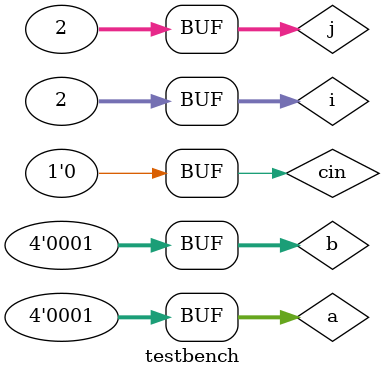
<source format=v>
module ripple_adder_4bit_dataflow(
    input [3:0]a,
    input [3:0]b,
	input carry_in,
    output [3:0] sum,  
    output carry_out
    );
    
    // Internal nets used to connect all 4 modules
    wire [2:0] c;
    
    // Instantiate 4 Dataflow adders
    full_adder_dataflow FA_DFLOW_0(
      .a(a[0]), 
      .b(b[0]),
      .carry_in(carry_in),
      .sum(sum[0]),  
      .carry_out(c[0])
    );
    
    full_adder_dataflow FA_DFLOW_1(
      .a(a[1]), 
      .b(b[1]),
      .carry_in(c[0]),
      .sum(sum[1]),  
      .carry_out(c[1])
    );
  
    full_adder_dataflow FA_DFLOW_2(
      .a(a[2]), 
      .b(b[2]),
      .carry_in(c[1]),
      .sum(sum[2]),  
      .carry_out(c[2])
    );
  
    full_adder_dataflow FA_DFLOW_3(
      .a(a[3]), 
      .b(b[3]),
      .carry_in(c[2]),
      .sum(sum[3]),  
      .carry_out(carry_out)
    );
  
endmodule


module full_adder_dataflow(
    input a,     // always wire
    input b,
	input carry_in,
    output sum,  // default wire but can be changed to reg
    output carry_out
    );
  
    // Declare nets to connect the half adders
    wire sum1;
    wire and1;
    wire and2;	
	
	// Implement the circuit using Dataflow style
    assign sum1 = a ^ b;
    assign and1 = sum1 & carry_in;
    assign and2 = a & b;
    
    assign sum  = sum1 ^ carry_in;
    assign carry_out  = and1 | and2;
  
endmodule



module testbench();
  
    // Declare variables and nets for module ports
    reg [3:0] a;
    reg [3:0] b;
    reg cin;
    wire [3:0]sum;
    wire cout; 
  
    integer i, j; // used for verification
    
    // Instantiate the module
    ripple_adder_4bit_dataflow RIPPLE_ADD_4BIT(
        .a(a),
        .b(b),
        .carry_in(cin),
        .sum(sum),
        .carry_out(cout)
        );
  
    // Generate stimulus and monitor module ports
    initial begin
      $monitor("a=%b, b=%b, carry_in=%0b, sum=%0d, carry_out=%b", a, b, cin, sum, cout);
    end  
  
    initial begin
        #1; a = 4'b0000; b = 4'b0000; cin = 0;
        #1; a = 4'b0000; b = 4'b0000; cin = 1;
        #1; a = 4'b0001; b = 4'b0001; cin = 0;
        #1; a = 4'b0001; b = 4'b0001; cin = 1;
        #1; a = 4'd3;    b = 4'd6;    cin = 0;
        // Change the values of a and b and observe the effects
      
        for (i=0; i<2; i=i+1) begin
            for (j=0; j<2; j=j+1) begin
                #1 a = i; b = j; cin = 0;
            end
        end
        // Change the loops limits observe the effects

    end
  
endmodule
</source>
